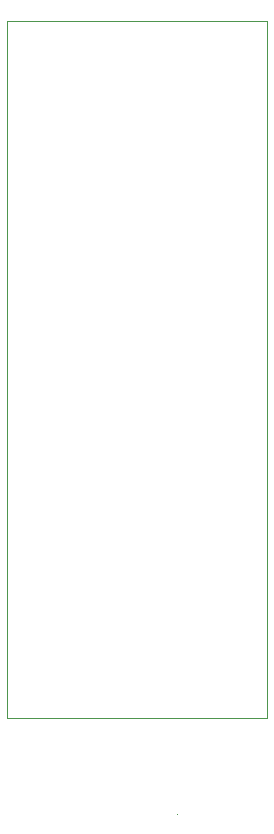
<source format=gbr>
%TF.GenerationSoftware,KiCad,Pcbnew,7.0.1*%
%TF.CreationDate,2023-07-20T10:28:40-07:00*%
%TF.ProjectId,tn_vdp_v9958_socket,746e5f76-6470-45f7-9639-3935385f736f,rev?*%
%TF.SameCoordinates,Original*%
%TF.FileFunction,Profile,NP*%
%FSLAX46Y46*%
G04 Gerber Fmt 4.6, Leading zero omitted, Abs format (unit mm)*
G04 Created by KiCad (PCBNEW 7.0.1) date 2023-07-20 10:28:40*
%MOMM*%
%LPD*%
G01*
G04 APERTURE LIST*
%TA.AperFunction,Profile*%
%ADD10C,0.100000*%
%TD*%
G04 APERTURE END LIST*
D10*
X173355000Y-111125000D02*
X173355000Y-111125000D01*
X159000000Y-44000000D02*
X181000000Y-44000000D01*
X181000000Y-103000000D02*
X159000000Y-103000000D01*
X181000000Y-44000000D02*
X181000000Y-103000000D01*
X159000000Y-103000000D02*
X159000000Y-44000000D01*
M02*

</source>
